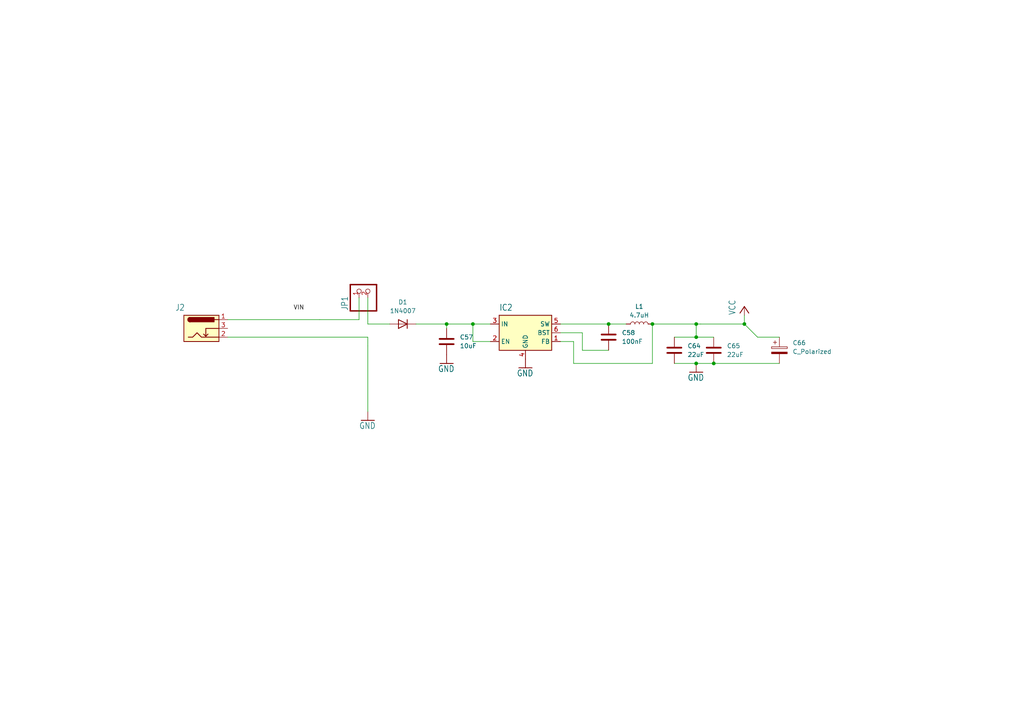
<source format=kicad_sch>
(kicad_sch (version 20230121) (generator eeschema)

  (uuid c5d2a605-495d-4ef3-8b4c-1b9c80cf3fe5)

  (paper "A4")

  (lib_symbols
    (symbol "Connector:Barrel_Jack_Switch" (pin_names hide) (in_bom yes) (on_board yes)
      (property "Reference" "J" (at 0 5.334 0)
        (effects (font (size 1.27 1.27)))
      )
      (property "Value" "Barrel_Jack_Switch" (at 0 -5.08 0)
        (effects (font (size 1.27 1.27)))
      )
      (property "Footprint" "" (at 1.27 -1.016 0)
        (effects (font (size 1.27 1.27)) hide)
      )
      (property "Datasheet" "~" (at 1.27 -1.016 0)
        (effects (font (size 1.27 1.27)) hide)
      )
      (property "ki_keywords" "DC power barrel jack connector" (at 0 0 0)
        (effects (font (size 1.27 1.27)) hide)
      )
      (property "ki_description" "DC Barrel Jack with an internal switch" (at 0 0 0)
        (effects (font (size 1.27 1.27)) hide)
      )
      (property "ki_fp_filters" "BarrelJack*" (at 0 0 0)
        (effects (font (size 1.27 1.27)) hide)
      )
      (symbol "Barrel_Jack_Switch_0_1"
        (rectangle (start -5.08 3.81) (end 5.08 -3.81)
          (stroke (width 0.254) (type default))
          (fill (type background))
        )
        (arc (start -3.302 3.175) (mid -3.9343 2.54) (end -3.302 1.905)
          (stroke (width 0.254) (type default))
          (fill (type none))
        )
        (arc (start -3.302 3.175) (mid -3.9343 2.54) (end -3.302 1.905)
          (stroke (width 0.254) (type default))
          (fill (type outline))
        )
        (polyline
          (pts
            (xy 1.27 -2.286)
            (xy 1.905 -1.651)
          )
          (stroke (width 0.254) (type default))
          (fill (type none))
        )
        (polyline
          (pts
            (xy 5.08 2.54)
            (xy 3.81 2.54)
          )
          (stroke (width 0.254) (type default))
          (fill (type none))
        )
        (polyline
          (pts
            (xy 5.08 0)
            (xy 1.27 0)
            (xy 1.27 -2.286)
            (xy 0.635 -1.651)
          )
          (stroke (width 0.254) (type default))
          (fill (type none))
        )
        (polyline
          (pts
            (xy -3.81 -2.54)
            (xy -2.54 -2.54)
            (xy -1.27 -1.27)
            (xy 0 -2.54)
            (xy 2.54 -2.54)
            (xy 5.08 -2.54)
          )
          (stroke (width 0.254) (type default))
          (fill (type none))
        )
        (rectangle (start 3.683 3.175) (end -3.302 1.905)
          (stroke (width 0.254) (type default))
          (fill (type outline))
        )
      )
      (symbol "Barrel_Jack_Switch_1_1"
        (pin passive line (at 7.62 2.54 180) (length 2.54)
          (name "~" (effects (font (size 1.27 1.27))))
          (number "1" (effects (font (size 1.27 1.27))))
        )
        (pin passive line (at 7.62 -2.54 180) (length 2.54)
          (name "~" (effects (font (size 1.27 1.27))))
          (number "2" (effects (font (size 1.27 1.27))))
        )
        (pin passive line (at 7.62 0 180) (length 2.54)
          (name "~" (effects (font (size 1.27 1.27))))
          (number "3" (effects (font (size 1.27 1.27))))
        )
      )
    )
    (symbol "Device:C" (pin_numbers hide) (pin_names (offset 0.254)) (in_bom yes) (on_board yes)
      (property "Reference" "C" (at 0.635 2.54 0)
        (effects (font (size 1.27 1.27)) (justify left))
      )
      (property "Value" "C" (at 0.635 -2.54 0)
        (effects (font (size 1.27 1.27)) (justify left))
      )
      (property "Footprint" "" (at 0.9652 -3.81 0)
        (effects (font (size 1.27 1.27)) hide)
      )
      (property "Datasheet" "~" (at 0 0 0)
        (effects (font (size 1.27 1.27)) hide)
      )
      (property "ki_keywords" "cap capacitor" (at 0 0 0)
        (effects (font (size 1.27 1.27)) hide)
      )
      (property "ki_description" "Unpolarized capacitor" (at 0 0 0)
        (effects (font (size 1.27 1.27)) hide)
      )
      (property "ki_fp_filters" "C_*" (at 0 0 0)
        (effects (font (size 1.27 1.27)) hide)
      )
      (symbol "C_0_1"
        (polyline
          (pts
            (xy -2.032 -0.762)
            (xy 2.032 -0.762)
          )
          (stroke (width 0.508) (type default))
          (fill (type none))
        )
        (polyline
          (pts
            (xy -2.032 0.762)
            (xy 2.032 0.762)
          )
          (stroke (width 0.508) (type default))
          (fill (type none))
        )
      )
      (symbol "C_1_1"
        (pin passive line (at 0 3.81 270) (length 2.794)
          (name "~" (effects (font (size 1.27 1.27))))
          (number "1" (effects (font (size 1.27 1.27))))
        )
        (pin passive line (at 0 -3.81 90) (length 2.794)
          (name "~" (effects (font (size 1.27 1.27))))
          (number "2" (effects (font (size 1.27 1.27))))
        )
      )
    )
    (symbol "Device:C_Polarized" (pin_numbers hide) (pin_names (offset 0.254)) (in_bom yes) (on_board yes)
      (property "Reference" "C" (at 0.635 2.54 0)
        (effects (font (size 1.27 1.27)) (justify left))
      )
      (property "Value" "C_Polarized" (at 0.635 -2.54 0)
        (effects (font (size 1.27 1.27)) (justify left))
      )
      (property "Footprint" "" (at 0.9652 -3.81 0)
        (effects (font (size 1.27 1.27)) hide)
      )
      (property "Datasheet" "~" (at 0 0 0)
        (effects (font (size 1.27 1.27)) hide)
      )
      (property "ki_keywords" "cap capacitor" (at 0 0 0)
        (effects (font (size 1.27 1.27)) hide)
      )
      (property "ki_description" "Polarized capacitor" (at 0 0 0)
        (effects (font (size 1.27 1.27)) hide)
      )
      (property "ki_fp_filters" "CP_*" (at 0 0 0)
        (effects (font (size 1.27 1.27)) hide)
      )
      (symbol "C_Polarized_0_1"
        (rectangle (start -2.286 0.508) (end 2.286 1.016)
          (stroke (width 0) (type default))
          (fill (type none))
        )
        (polyline
          (pts
            (xy -1.778 2.286)
            (xy -0.762 2.286)
          )
          (stroke (width 0) (type default))
          (fill (type none))
        )
        (polyline
          (pts
            (xy -1.27 2.794)
            (xy -1.27 1.778)
          )
          (stroke (width 0) (type default))
          (fill (type none))
        )
        (rectangle (start 2.286 -0.508) (end -2.286 -1.016)
          (stroke (width 0) (type default))
          (fill (type outline))
        )
      )
      (symbol "C_Polarized_1_1"
        (pin passive line (at 0 3.81 270) (length 2.794)
          (name "~" (effects (font (size 1.27 1.27))))
          (number "1" (effects (font (size 1.27 1.27))))
        )
        (pin passive line (at 0 -3.81 90) (length 2.794)
          (name "~" (effects (font (size 1.27 1.27))))
          (number "2" (effects (font (size 1.27 1.27))))
        )
      )
    )
    (symbol "Device:L" (pin_numbers hide) (pin_names (offset 1.016) hide) (in_bom yes) (on_board yes)
      (property "Reference" "L" (at -1.27 0 90)
        (effects (font (size 1.27 1.27)))
      )
      (property "Value" "L" (at 1.905 0 90)
        (effects (font (size 1.27 1.27)))
      )
      (property "Footprint" "" (at 0 0 0)
        (effects (font (size 1.27 1.27)) hide)
      )
      (property "Datasheet" "~" (at 0 0 0)
        (effects (font (size 1.27 1.27)) hide)
      )
      (property "ki_keywords" "inductor choke coil reactor magnetic" (at 0 0 0)
        (effects (font (size 1.27 1.27)) hide)
      )
      (property "ki_description" "Inductor" (at 0 0 0)
        (effects (font (size 1.27 1.27)) hide)
      )
      (property "ki_fp_filters" "Choke_* *Coil* Inductor_* L_*" (at 0 0 0)
        (effects (font (size 1.27 1.27)) hide)
      )
      (symbol "L_0_1"
        (arc (start 0 -2.54) (mid 0.6323 -1.905) (end 0 -1.27)
          (stroke (width 0) (type default))
          (fill (type none))
        )
        (arc (start 0 -1.27) (mid 0.6323 -0.635) (end 0 0)
          (stroke (width 0) (type default))
          (fill (type none))
        )
        (arc (start 0 0) (mid 0.6323 0.635) (end 0 1.27)
          (stroke (width 0) (type default))
          (fill (type none))
        )
        (arc (start 0 1.27) (mid 0.6323 1.905) (end 0 2.54)
          (stroke (width 0) (type default))
          (fill (type none))
        )
      )
      (symbol "L_1_1"
        (pin passive line (at 0 3.81 270) (length 1.27)
          (name "1" (effects (font (size 1.27 1.27))))
          (number "1" (effects (font (size 1.27 1.27))))
        )
        (pin passive line (at 0 -3.81 90) (length 1.27)
          (name "2" (effects (font (size 1.27 1.27))))
          (number "2" (effects (font (size 1.27 1.27))))
        )
      )
    )
    (symbol "Diode:1N4007" (pin_numbers hide) (pin_names hide) (in_bom yes) (on_board yes)
      (property "Reference" "D" (at 0 2.54 0)
        (effects (font (size 1.27 1.27)))
      )
      (property "Value" "1N4007" (at 0 -2.54 0)
        (effects (font (size 1.27 1.27)))
      )
      (property "Footprint" "Diode_THT:D_DO-41_SOD81_P10.16mm_Horizontal" (at 0 -4.445 0)
        (effects (font (size 1.27 1.27)) hide)
      )
      (property "Datasheet" "http://www.vishay.com/docs/88503/1n4001.pdf" (at 0 0 0)
        (effects (font (size 1.27 1.27)) hide)
      )
      (property "Sim.Device" "D" (at 0 0 0)
        (effects (font (size 1.27 1.27)) hide)
      )
      (property "Sim.Pins" "1=K 2=A" (at 0 0 0)
        (effects (font (size 1.27 1.27)) hide)
      )
      (property "ki_keywords" "diode" (at 0 0 0)
        (effects (font (size 1.27 1.27)) hide)
      )
      (property "ki_description" "1000V 1A General Purpose Rectifier Diode, DO-41" (at 0 0 0)
        (effects (font (size 1.27 1.27)) hide)
      )
      (property "ki_fp_filters" "D*DO?41*" (at 0 0 0)
        (effects (font (size 1.27 1.27)) hide)
      )
      (symbol "1N4007_0_1"
        (polyline
          (pts
            (xy -1.27 1.27)
            (xy -1.27 -1.27)
          )
          (stroke (width 0.254) (type default))
          (fill (type none))
        )
        (polyline
          (pts
            (xy 1.27 0)
            (xy -1.27 0)
          )
          (stroke (width 0) (type default))
          (fill (type none))
        )
        (polyline
          (pts
            (xy 1.27 1.27)
            (xy 1.27 -1.27)
            (xy -1.27 0)
            (xy 1.27 1.27)
          )
          (stroke (width 0.254) (type default))
          (fill (type none))
        )
      )
      (symbol "1N4007_1_1"
        (pin passive line (at -3.81 0 0) (length 2.54)
          (name "K" (effects (font (size 1.27 1.27))))
          (number "1" (effects (font (size 1.27 1.27))))
        )
        (pin passive line (at 3.81 0 180) (length 2.54)
          (name "A" (effects (font (size 1.27 1.27))))
          (number "2" (effects (font (size 1.27 1.27))))
        )
      )
    )
    (symbol "Regulator_Switching:AP63205WU" (in_bom yes) (on_board yes)
      (property "Reference" "U" (at -7.62 6.35 0)
        (effects (font (size 1.27 1.27)))
      )
      (property "Value" "AP63205WU" (at 2.54 6.35 0)
        (effects (font (size 1.27 1.27)))
      )
      (property "Footprint" "Package_TO_SOT_SMD:TSOT-23-6" (at 0 -22.86 0)
        (effects (font (size 1.27 1.27)) hide)
      )
      (property "Datasheet" "https://www.diodes.com/assets/Datasheets/AP63200-AP63201-AP63203-AP63205.pdf" (at 0 0 0)
        (effects (font (size 1.27 1.27)) hide)
      )
      (property "ki_keywords" "2A Buck DC/DC" (at 0 0 0)
        (effects (font (size 1.27 1.27)) hide)
      )
      (property "ki_description" "2A, 1.1MHz Buck DC/DC Converter, fixed 5.0V output voltage, TSOT-23-6" (at 0 0 0)
        (effects (font (size 1.27 1.27)) hide)
      )
      (property "ki_fp_filters" "TSOT?23*" (at 0 0 0)
        (effects (font (size 1.27 1.27)) hide)
      )
      (symbol "AP63205WU_0_1"
        (rectangle (start -7.62 5.08) (end 7.62 -5.08)
          (stroke (width 0.254) (type default))
          (fill (type background))
        )
      )
      (symbol "AP63205WU_1_1"
        (pin input line (at 10.16 -2.54 180) (length 2.54)
          (name "FB" (effects (font (size 1.27 1.27))))
          (number "1" (effects (font (size 1.27 1.27))))
        )
        (pin input line (at -10.16 -2.54 0) (length 2.54)
          (name "EN" (effects (font (size 1.27 1.27))))
          (number "2" (effects (font (size 1.27 1.27))))
        )
        (pin power_in line (at -10.16 2.54 0) (length 2.54)
          (name "IN" (effects (font (size 1.27 1.27))))
          (number "3" (effects (font (size 1.27 1.27))))
        )
        (pin power_in line (at 0 -7.62 90) (length 2.54)
          (name "GND" (effects (font (size 1.27 1.27))))
          (number "4" (effects (font (size 1.27 1.27))))
        )
        (pin output line (at 10.16 2.54 180) (length 2.54)
          (name "SW" (effects (font (size 1.27 1.27))))
          (number "5" (effects (font (size 1.27 1.27))))
        )
        (pin passive line (at 10.16 0 180) (length 2.54)
          (name "BST" (effects (font (size 1.27 1.27))))
          (number "6" (effects (font (size 1.27 1.27))))
        )
      )
    )
    (symbol "switched-lm2575-eagle-import:GND" (power) (in_bom yes) (on_board yes)
      (property "Reference" "#GND" (at 0 0 0)
        (effects (font (size 1.27 1.27)) hide)
      )
      (property "Value" "GND" (at -2.54 -2.54 0)
        (effects (font (size 1.778 1.5113)) (justify left bottom))
      )
      (property "Footprint" "" (at 0 0 0)
        (effects (font (size 1.27 1.27)) hide)
      )
      (property "Datasheet" "" (at 0 0 0)
        (effects (font (size 1.27 1.27)) hide)
      )
      (property "ki_locked" "" (at 0 0 0)
        (effects (font (size 1.27 1.27)))
      )
      (symbol "GND_1_0"
        (polyline
          (pts
            (xy -1.905 0)
            (xy 1.905 0)
          )
          (stroke (width 0.254) (type solid))
          (fill (type none))
        )
        (pin power_in line (at 0 2.54 270) (length 2.54)
          (name "GND" (effects (font (size 0 0))))
          (number "1" (effects (font (size 0 0))))
        )
      )
    )
    (symbol "switched-lm2575-eagle-import:PINHD-1X2" (in_bom yes) (on_board yes)
      (property "Reference" "JP" (at -6.35 5.715 0)
        (effects (font (size 1.778 1.5113)) (justify left bottom))
      )
      (property "Value" "" (at -6.35 -5.08 0)
        (effects (font (size 1.778 1.5113)) (justify left bottom))
      )
      (property "Footprint" "switched-lm2575:1X02" (at 0 0 0)
        (effects (font (size 1.27 1.27)) hide)
      )
      (property "Datasheet" "" (at 0 0 0)
        (effects (font (size 1.27 1.27)) hide)
      )
      (property "ki_locked" "" (at 0 0 0)
        (effects (font (size 1.27 1.27)))
      )
      (symbol "PINHD-1X2_1_0"
        (polyline
          (pts
            (xy -6.35 -2.54)
            (xy 1.27 -2.54)
          )
          (stroke (width 0.4064) (type solid))
          (fill (type none))
        )
        (polyline
          (pts
            (xy -6.35 5.08)
            (xy -6.35 -2.54)
          )
          (stroke (width 0.4064) (type solid))
          (fill (type none))
        )
        (polyline
          (pts
            (xy 1.27 -2.54)
            (xy 1.27 5.08)
          )
          (stroke (width 0.4064) (type solid))
          (fill (type none))
        )
        (polyline
          (pts
            (xy 1.27 5.08)
            (xy -6.35 5.08)
          )
          (stroke (width 0.4064) (type solid))
          (fill (type none))
        )
        (pin passive inverted (at -2.54 2.54 0) (length 2.54)
          (name "1" (effects (font (size 0 0))))
          (number "1" (effects (font (size 1.27 1.27))))
        )
        (pin passive inverted (at -2.54 0 0) (length 2.54)
          (name "2" (effects (font (size 0 0))))
          (number "2" (effects (font (size 1.27 1.27))))
        )
      )
    )
    (symbol "switched-lm2575-eagle-import:VCC" (power) (in_bom yes) (on_board yes)
      (property "Reference" "#P+" (at 0 0 0)
        (effects (font (size 1.27 1.27)) hide)
      )
      (property "Value" "VCC" (at -2.54 -2.54 90)
        (effects (font (size 1.778 1.5113)) (justify left bottom))
      )
      (property "Footprint" "" (at 0 0 0)
        (effects (font (size 1.27 1.27)) hide)
      )
      (property "Datasheet" "" (at 0 0 0)
        (effects (font (size 1.27 1.27)) hide)
      )
      (property "ki_locked" "" (at 0 0 0)
        (effects (font (size 1.27 1.27)))
      )
      (symbol "VCC_1_0"
        (polyline
          (pts
            (xy 0 0)
            (xy -1.27 -1.905)
          )
          (stroke (width 0.254) (type solid))
          (fill (type none))
        )
        (polyline
          (pts
            (xy 1.27 -1.905)
            (xy 0 0)
          )
          (stroke (width 0.254) (type solid))
          (fill (type none))
        )
        (pin power_in line (at 0 -2.54 90) (length 2.54)
          (name "VCC" (effects (font (size 0 0))))
          (number "1" (effects (font (size 0 0))))
        )
      )
    )
  )

  (junction (at 215.9 93.98) (diameter 0) (color 0 0 0 0)
    (uuid 0784ca7d-0176-43b9-b6d6-8fd0d0a7416b)
  )
  (junction (at 129.54 93.98) (diameter 0) (color 0 0 0 0)
    (uuid 30daa711-2880-45c4-90ff-c5c8875d58b1)
  )
  (junction (at 207.01 105.41) (diameter 0) (color 0 0 0 0)
    (uuid 3d26fe27-39bb-47bc-9c28-243722cb51f3)
  )
  (junction (at 201.93 97.79) (diameter 0) (color 0 0 0 0)
    (uuid 4c0374d9-3dfe-4da4-9c58-9f7f62be1aae)
  )
  (junction (at 137.16 93.98) (diameter 0) (color 0 0 0 0)
    (uuid 71a04c17-2a94-41a6-94a3-fafb2051594a)
  )
  (junction (at 176.53 93.98) (diameter 0) (color 0 0 0 0)
    (uuid 74756c23-c5f6-4f89-a064-6af883e352e5)
  )
  (junction (at 189.23 93.98) (diameter 0) (color 0 0 0 0)
    (uuid 95ff67c9-650e-4dda-87c7-3d2dded6e8ac)
  )
  (junction (at 201.93 105.41) (diameter 0) (color 0 0 0 0)
    (uuid e353ed36-8cbb-4fd6-8b49-93a9b1354ad0)
  )
  (junction (at 201.93 93.98) (diameter 0) (color 0 0 0 0)
    (uuid f7626507-c530-41bd-9935-a0c728365814)
  )

  (wire (pts (xy 129.54 93.98) (xy 137.16 93.98))
    (stroke (width 0.1524) (type solid))
    (uuid 0afbaa9e-0d7f-458f-8f47-d5bf1575a4a0)
  )
  (wire (pts (xy 201.93 97.79) (xy 207.01 97.79))
    (stroke (width 0) (type default))
    (uuid 0c6ac4e4-1f56-4924-81ea-04135260536c)
  )
  (wire (pts (xy 201.93 105.41) (xy 207.01 105.41))
    (stroke (width 0) (type default))
    (uuid 0fab64b3-9b8b-4833-a8d3-173ff3a41eda)
  )
  (wire (pts (xy 106.68 97.79) (xy 106.68 100.33))
    (stroke (width 0) (type default))
    (uuid 1771d658-be17-44b5-8f41-e8bd2615f2e2)
  )
  (wire (pts (xy 106.68 100.33) (xy 106.68 119.38))
    (stroke (width 0.1524) (type solid))
    (uuid 1a0283ff-58f5-4ba1-9e3e-a79f91841f8d)
  )
  (wire (pts (xy 219.71 97.79) (xy 215.9 93.98))
    (stroke (width 0) (type default))
    (uuid 21c7669a-15c0-4865-a7e3-a25686c89443)
  )
  (wire (pts (xy 106.68 86.36) (xy 106.68 93.98))
    (stroke (width 0) (type default))
    (uuid 23983386-e5e0-4095-ad13-25b0a61d1f39)
  )
  (wire (pts (xy 201.93 93.98) (xy 201.93 97.79))
    (stroke (width 0) (type default))
    (uuid 23fd8f81-073a-4da0-a43e-e63bf36ca976)
  )
  (wire (pts (xy 92.71 92.71) (xy 66.04 92.71))
    (stroke (width 0.1524) (type solid))
    (uuid 27d61634-aba5-44a4-a86f-6db57c211124)
  )
  (wire (pts (xy 168.91 101.6) (xy 176.53 101.6))
    (stroke (width 0) (type default))
    (uuid 29ed5e09-1b13-43de-ac7b-eb1219b0ab03)
  )
  (wire (pts (xy 129.54 95.25) (xy 129.54 93.98))
    (stroke (width 0) (type default))
    (uuid 3d07e780-3ad4-4405-8ed7-930bfef08fb2)
  )
  (wire (pts (xy 215.9 93.98) (xy 215.9 91.44))
    (stroke (width 0.1524) (type solid))
    (uuid 43affc69-71cc-4871-8309-d3f49ceffbde)
  )
  (wire (pts (xy 195.58 105.41) (xy 201.93 105.41))
    (stroke (width 0) (type default))
    (uuid 44209d6d-acc6-4bff-8161-2a94d3565058)
  )
  (wire (pts (xy 120.65 93.98) (xy 129.54 93.98))
    (stroke (width 0) (type default))
    (uuid 44b04987-70b7-42a3-a35b-49dd84a51786)
  )
  (wire (pts (xy 162.56 99.06) (xy 166.37 99.06))
    (stroke (width 0) (type default))
    (uuid 498589a2-1679-4dce-bf75-9817fbe97f08)
  )
  (wire (pts (xy 106.68 93.98) (xy 113.03 93.98))
    (stroke (width 0) (type default))
    (uuid 4d5c4b3f-69b0-4ca6-a881-09d9370ff219)
  )
  (wire (pts (xy 207.01 105.41) (xy 226.06 105.41))
    (stroke (width 0) (type default))
    (uuid 623386af-511b-4d20-ba5b-e257237b4f2d)
  )
  (wire (pts (xy 92.71 92.71) (xy 104.14 92.71))
    (stroke (width 0) (type default))
    (uuid 6b881a72-881c-4ea4-b108-422538aac521)
  )
  (wire (pts (xy 226.06 97.79) (xy 219.71 97.79))
    (stroke (width 0) (type default))
    (uuid 79efdadb-f072-4c49-b91f-4085b41ab959)
  )
  (wire (pts (xy 104.14 92.71) (xy 104.14 86.36))
    (stroke (width 0) (type default))
    (uuid 7dd1c3dd-e267-4495-8366-fb3e69c97406)
  )
  (wire (pts (xy 176.53 93.98) (xy 181.61 93.98))
    (stroke (width 0.1524) (type solid))
    (uuid 8087ac30-7189-46c3-a670-43639d33d576)
  )
  (wire (pts (xy 189.23 105.41) (xy 189.23 93.98))
    (stroke (width 0) (type default))
    (uuid 81869132-852c-4600-80e8-9054ad02ad67)
  )
  (wire (pts (xy 168.91 96.52) (xy 168.91 101.6))
    (stroke (width 0) (type default))
    (uuid 91407b00-507f-46e6-9bda-43bf39eb0910)
  )
  (wire (pts (xy 166.37 99.06) (xy 166.37 105.41))
    (stroke (width 0) (type default))
    (uuid b480f6c7-826e-4916-88d3-337e5c73f114)
  )
  (wire (pts (xy 137.16 93.98) (xy 137.16 99.06))
    (stroke (width 0) (type default))
    (uuid bc0d6857-6619-4c4a-ac31-2d260aa08a08)
  )
  (wire (pts (xy 195.58 97.79) (xy 201.93 97.79))
    (stroke (width 0) (type default))
    (uuid bceb4ec9-1cb0-49db-b741-3c6a4d8e59d9)
  )
  (wire (pts (xy 203.2 93.98) (xy 215.9 93.98))
    (stroke (width 0.1524) (type solid))
    (uuid c05a693f-e93d-409d-80c8-f0ea30a533c7)
  )
  (wire (pts (xy 162.56 96.52) (xy 168.91 96.52))
    (stroke (width 0) (type default))
    (uuid c7c6d0ce-f877-4b35-8d79-2cce150c1bf9)
  )
  (wire (pts (xy 66.04 97.79) (xy 106.68 97.79))
    (stroke (width 0) (type default))
    (uuid c82c8642-1df5-4afd-b4ae-2af17e5396b5)
  )
  (wire (pts (xy 203.2 93.98) (xy 201.93 93.98))
    (stroke (width 0) (type default))
    (uuid de150fdb-6184-41d8-a71f-4a4e97e0d557)
  )
  (wire (pts (xy 166.37 105.41) (xy 189.23 105.41))
    (stroke (width 0) (type default))
    (uuid e58f4c06-1aa1-4d8c-b54c-639ea140d728)
  )
  (wire (pts (xy 137.16 99.06) (xy 142.24 99.06))
    (stroke (width 0) (type default))
    (uuid e5c26f70-904d-41cb-80f8-6a9514c49763)
  )
  (wire (pts (xy 137.16 93.98) (xy 142.24 93.98))
    (stroke (width 0.1524) (type solid))
    (uuid eaf89bda-a8eb-4fb4-baee-a6c6991e78cd)
  )
  (wire (pts (xy 162.56 93.98) (xy 176.53 93.98))
    (stroke (width 0.1524) (type solid))
    (uuid f80bd011-649b-412e-8060-93884ec51c65)
  )
  (wire (pts (xy 189.23 93.98) (xy 201.93 93.98))
    (stroke (width 0) (type default))
    (uuid f98bf7ee-0272-4570-ab0e-8d2fce9cfa53)
  )

  (label "VIN" (at 85.09 90.17 0) (fields_autoplaced)
    (effects (font (size 1.2446 1.2446)) (justify left bottom))
    (uuid 18aff15e-e43e-4b98-8a0c-d2d2bed58cdb)
  )

  (symbol (lib_id "Device:C_Polarized") (at 226.06 101.6 0) (unit 1)
    (in_bom yes) (on_board yes) (dnp no) (fields_autoplaced)
    (uuid 0e8c8c0f-aa54-41ce-b815-5a290afd800b)
    (property "Reference" "C66" (at 229.87 99.441 0)
      (effects (font (size 1.27 1.27)) (justify left))
    )
    (property "Value" "C_Polarized" (at 229.87 101.981 0)
      (effects (font (size 1.27 1.27)) (justify left))
    )
    (property "Footprint" "Capacitor_THT:C_Radial_D6.3mm_H11.0mm_P2.50mm" (at 227.0252 105.41 0)
      (effects (font (size 1.27 1.27)) hide)
    )
    (property "Datasheet" "~" (at 226.06 101.6 0)
      (effects (font (size 1.27 1.27)) hide)
    )
    (property "MPN" "860020273009" (at 226.06 101.6 0)
      (effects (font (size 1.27 1.27)) hide)
    )
    (pin "1" (uuid ed66786e-fc41-4508-af94-ddc0f6182605))
    (pin "2" (uuid 8923be55-1cf2-4ab6-8b2e-946df2ec882c))
    (instances
      (project "LogicBoard_smt"
        (path "/28034957-81b4-48a5-b869-6f4cb8f0c2fa/3cd7a415-d991-43da-8d25-a2cb0e7b5043"
          (reference "C66") (unit 1)
        )
      )
    )
  )

  (symbol (lib_id "Diode:1N4007") (at 116.84 93.98 180) (unit 1)
    (in_bom yes) (on_board yes) (dnp no) (fields_autoplaced)
    (uuid 1253428f-9ba2-4b03-ac74-3bace18e7aca)
    (property "Reference" "D1" (at 116.84 87.63 0)
      (effects (font (size 1.27 1.27)))
    )
    (property "Value" "1N4007" (at 116.84 90.17 0)
      (effects (font (size 1.27 1.27)))
    )
    (property "Footprint" "Diode_SMD:D_SOD-123F" (at 116.84 89.535 0)
      (effects (font (size 1.27 1.27)) hide)
    )
    (property "Datasheet" "http://www.vishay.com/docs/88503/1n4001.pdf" (at 116.84 93.98 0)
      (effects (font (size 1.27 1.27)) hide)
    )
    (property "Sim.Device" "D" (at 116.84 93.98 0)
      (effects (font (size 1.27 1.27)) hide)
    )
    (property "Sim.Pins" "1=K 2=A" (at 116.84 93.98 0)
      (effects (font (size 1.27 1.27)) hide)
    )
    (property "MPN" "FR1M-LTP" (at 116.84 93.98 0)
      (effects (font (size 1.27 1.27)) hide)
    )
    (pin "1" (uuid ba82ce01-22f1-46c2-9ef8-ec7fba151f9e))
    (pin "2" (uuid d319a453-653b-4a59-a5a2-a9766869452b))
    (instances
      (project "LogicBoard_smt"
        (path "/28034957-81b4-48a5-b869-6f4cb8f0c2fa/3cd7a415-d991-43da-8d25-a2cb0e7b5043"
          (reference "D1") (unit 1)
        )
      )
      (project "Power_smt"
        (path "/f755320a-8d72-40d8-8615-96171d840dc8"
          (reference "D1") (unit 1)
        )
      )
    )
  )

  (symbol (lib_id "Device:C") (at 195.58 101.6 0) (unit 1)
    (in_bom yes) (on_board yes) (dnp no) (fields_autoplaced)
    (uuid 2ea83dc2-c1f3-4a82-b50d-f343d8c771bf)
    (property "Reference" "C64" (at 199.39 100.33 0)
      (effects (font (size 1.27 1.27)) (justify left))
    )
    (property "Value" "22uF" (at 199.39 102.87 0)
      (effects (font (size 1.27 1.27)) (justify left))
    )
    (property "Footprint" "Capacitor_SMD:C_0805_2012Metric" (at 196.5452 105.41 0)
      (effects (font (size 1.27 1.27)) hide)
    )
    (property "Datasheet" "~" (at 195.58 101.6 0)
      (effects (font (size 1.27 1.27)) hide)
    )
    (property "MPN" "CC0805MRX5R5BB226" (at 195.58 101.6 0)
      (effects (font (size 1.27 1.27)) hide)
    )
    (pin "1" (uuid b2c9d4e2-1cc4-4c0c-b275-b584f699fb5f))
    (pin "2" (uuid d133d3c9-dccd-42cd-a5f8-0444e049674f))
    (instances
      (project "LogicBoard_smt"
        (path "/28034957-81b4-48a5-b869-6f4cb8f0c2fa/3cd7a415-d991-43da-8d25-a2cb0e7b5043"
          (reference "C64") (unit 1)
        )
      )
      (project "Power_smt"
        (path "/f755320a-8d72-40d8-8615-96171d840dc8"
          (reference "C2") (unit 1)
        )
      )
    )
  )

  (symbol (lib_id "switched-lm2575-eagle-import:GND") (at 152.4 106.68 0) (unit 1)
    (in_bom yes) (on_board yes) (dnp no)
    (uuid 2f382c8b-8ef0-4bbf-a7c3-a2609ec33b5c)
    (property "Reference" "#GND03" (at 152.4 106.68 0)
      (effects (font (size 1.27 1.27)) hide)
    )
    (property "Value" "GND" (at 149.86 109.22 0)
      (effects (font (size 1.778 1.5113)) (justify left bottom))
    )
    (property "Footprint" "" (at 152.4 106.68 0)
      (effects (font (size 1.27 1.27)) hide)
    )
    (property "Datasheet" "" (at 152.4 106.68 0)
      (effects (font (size 1.27 1.27)) hide)
    )
    (pin "1" (uuid 26ad457d-0805-47f3-b56a-3ecb93efb61d))
    (instances
      (project "LogicBoard_smt"
        (path "/28034957-81b4-48a5-b869-6f4cb8f0c2fa/3cd7a415-d991-43da-8d25-a2cb0e7b5043"
          (reference "#GND03") (unit 1)
        )
      )
      (project "Power_smt"
        (path "/f755320a-8d72-40d8-8615-96171d840dc8"
          (reference "#GND03") (unit 1)
        )
      )
    )
  )

  (symbol (lib_id "switched-lm2575-eagle-import:GND") (at 201.93 107.95 0) (unit 1)
    (in_bom yes) (on_board yes) (dnp no)
    (uuid 45a0142e-699e-4cd7-ab10-f4dcdedbd843)
    (property "Reference" "#GND06" (at 201.93 107.95 0)
      (effects (font (size 1.27 1.27)) hide)
    )
    (property "Value" "GND" (at 199.39 110.49 0)
      (effects (font (size 1.778 1.5113)) (justify left bottom))
    )
    (property "Footprint" "" (at 201.93 107.95 0)
      (effects (font (size 1.27 1.27)) hide)
    )
    (property "Datasheet" "" (at 201.93 107.95 0)
      (effects (font (size 1.27 1.27)) hide)
    )
    (pin "1" (uuid d60c0758-301f-41fe-a0bb-87370f5efaa8))
    (instances
      (project "LogicBoard_smt"
        (path "/28034957-81b4-48a5-b869-6f4cb8f0c2fa/3cd7a415-d991-43da-8d25-a2cb0e7b5043"
          (reference "#GND06") (unit 1)
        )
      )
      (project "Power_smt"
        (path "/f755320a-8d72-40d8-8615-96171d840dc8"
          (reference "#GND06") (unit 1)
        )
      )
    )
  )

  (symbol (lib_id "switched-lm2575-eagle-import:GND") (at 106.68 121.92 0) (unit 1)
    (in_bom yes) (on_board yes) (dnp no)
    (uuid 5ce6ab7f-9f88-416a-8d9f-e501f0b3f32f)
    (property "Reference" "#GND01" (at 106.68 121.92 0)
      (effects (font (size 1.27 1.27)) hide)
    )
    (property "Value" "GND" (at 104.14 124.46 0)
      (effects (font (size 1.778 1.5113)) (justify left bottom))
    )
    (property "Footprint" "" (at 106.68 121.92 0)
      (effects (font (size 1.27 1.27)) hide)
    )
    (property "Datasheet" "" (at 106.68 121.92 0)
      (effects (font (size 1.27 1.27)) hide)
    )
    (pin "1" (uuid 5a24103d-1153-43a0-94e9-3e1e0f71d7d6))
    (instances
      (project "LogicBoard_smt"
        (path "/28034957-81b4-48a5-b869-6f4cb8f0c2fa/3cd7a415-d991-43da-8d25-a2cb0e7b5043"
          (reference "#GND01") (unit 1)
        )
      )
      (project "Power_smt"
        (path "/f755320a-8d72-40d8-8615-96171d840dc8"
          (reference "#GND01") (unit 1)
        )
      )
    )
  )

  (symbol (lib_id "switched-lm2575-eagle-import:GND") (at 129.54 105.41 0) (unit 1)
    (in_bom yes) (on_board yes) (dnp no)
    (uuid 6f40c467-8f24-4b57-aa10-f941d160d1a1)
    (property "Reference" "#GND04" (at 129.54 105.41 0)
      (effects (font (size 1.27 1.27)) hide)
    )
    (property "Value" "GND" (at 127 107.95 0)
      (effects (font (size 1.778 1.5113)) (justify left bottom))
    )
    (property "Footprint" "" (at 129.54 105.41 0)
      (effects (font (size 1.27 1.27)) hide)
    )
    (property "Datasheet" "" (at 129.54 105.41 0)
      (effects (font (size 1.27 1.27)) hide)
    )
    (pin "1" (uuid e52a5b33-53f0-436c-8519-d8b20df3151e))
    (instances
      (project "LogicBoard_smt"
        (path "/28034957-81b4-48a5-b869-6f4cb8f0c2fa/3cd7a415-d991-43da-8d25-a2cb0e7b5043"
          (reference "#GND04") (unit 1)
        )
      )
      (project "Power_smt"
        (path "/f755320a-8d72-40d8-8615-96171d840dc8"
          (reference "#GND04") (unit 1)
        )
      )
    )
  )

  (symbol (lib_id "Device:C") (at 207.01 101.6 0) (unit 1)
    (in_bom yes) (on_board yes) (dnp no) (fields_autoplaced)
    (uuid 74db271b-af79-4281-9cb8-dfcb6e4138df)
    (property "Reference" "C65" (at 210.82 100.33 0)
      (effects (font (size 1.27 1.27)) (justify left))
    )
    (property "Value" "22uF" (at 210.82 102.87 0)
      (effects (font (size 1.27 1.27)) (justify left))
    )
    (property "Footprint" "Capacitor_SMD:C_0805_2012Metric" (at 207.9752 105.41 0)
      (effects (font (size 1.27 1.27)) hide)
    )
    (property "Datasheet" "~" (at 207.01 101.6 0)
      (effects (font (size 1.27 1.27)) hide)
    )
    (property "MPN" "CC0805MRX5R5BB226" (at 207.01 101.6 0)
      (effects (font (size 1.27 1.27)) hide)
    )
    (pin "1" (uuid 53fd9a35-8a14-48e3-a663-e063ed54020b))
    (pin "2" (uuid bf033f52-570a-4aef-8b81-79189ffdb116))
    (instances
      (project "LogicBoard_smt"
        (path "/28034957-81b4-48a5-b869-6f4cb8f0c2fa/3cd7a415-d991-43da-8d25-a2cb0e7b5043"
          (reference "C65") (unit 1)
        )
      )
      (project "Power_smt"
        (path "/f755320a-8d72-40d8-8615-96171d840dc8"
          (reference "C4") (unit 1)
        )
      )
    )
  )

  (symbol (lib_id "switched-lm2575-eagle-import:PINHD-1X2") (at 106.68 83.82 90) (unit 1)
    (in_bom yes) (on_board yes) (dnp no)
    (uuid 78e81efc-1d87-4e73-b33b-cdb83d3d18d5)
    (property "Reference" "JP1" (at 100.965 90.17 0)
      (effects (font (size 1.778 1.5113)) (justify left bottom))
    )
    (property "Value" "PINHD-1X2" (at 111.76 90.17 0)
      (effects (font (size 1.778 1.5113)) (justify left bottom) hide)
    )
    (property "Footprint" "Connector_PinHeader_2.54mm:PinHeader_1x02_P2.54mm_Vertical_SMD_Pin1Right" (at 106.68 83.82 0)
      (effects (font (size 1.27 1.27)) hide)
    )
    (property "Datasheet" "" (at 106.68 83.82 0)
      (effects (font (size 1.27 1.27)) hide)
    )
    (property "MPN" "TSM-102-01-L-SV-TR" (at 106.68 83.82 0)
      (effects (font (size 1.27 1.27)) hide)
    )
    (pin "1" (uuid 2ccc17a0-bba5-4148-882a-7ce98723d2ae))
    (pin "2" (uuid a8e48138-614c-4189-bcdb-3d3c3af2c50f))
    (instances
      (project "LogicBoard_smt"
        (path "/28034957-81b4-48a5-b869-6f4cb8f0c2fa/3cd7a415-d991-43da-8d25-a2cb0e7b5043"
          (reference "JP1") (unit 1)
        )
      )
      (project "Power_smt"
        (path "/f755320a-8d72-40d8-8615-96171d840dc8"
          (reference "JP1") (unit 1)
        )
      )
    )
  )

  (symbol (lib_id "Device:L") (at 185.42 93.98 90) (unit 1)
    (in_bom yes) (on_board yes) (dnp no) (fields_autoplaced)
    (uuid 79a2423c-fc0b-414f-8f0e-e3c0b0f3e02f)
    (property "Reference" "L1" (at 185.42 88.9 90)
      (effects (font (size 1.27 1.27)))
    )
    (property "Value" "4.7uH" (at 185.42 91.44 90)
      (effects (font (size 1.27 1.27)))
    )
    (property "Footprint" "Inductor_SMD:L_1008_2520Metric" (at 185.42 93.98 0)
      (effects (font (size 1.27 1.27)) hide)
    )
    (property "Datasheet" "~" (at 185.42 93.98 0)
      (effects (font (size 1.27 1.27)) hide)
    )
    (property "MPN" "CIGW252010GL4R7MNE" (at 185.42 93.98 0)
      (effects (font (size 1.27 1.27)) hide)
    )
    (pin "1" (uuid 6f496d28-77b1-435c-ba39-030b7ca59e1d))
    (pin "2" (uuid 86944124-9ef4-44ff-8cbb-f3b779258857))
    (instances
      (project "LogicBoard_smt"
        (path "/28034957-81b4-48a5-b869-6f4cb8f0c2fa/3cd7a415-d991-43da-8d25-a2cb0e7b5043"
          (reference "L1") (unit 1)
        )
      )
      (project "Power_smt"
        (path "/f755320a-8d72-40d8-8615-96171d840dc8"
          (reference "L1") (unit 1)
        )
      )
    )
  )

  (symbol (lib_id "Device:C") (at 176.53 97.79 0) (unit 1)
    (in_bom yes) (on_board yes) (dnp no) (fields_autoplaced)
    (uuid 8e05e66b-8784-4ff2-88ac-c85351e0b00d)
    (property "Reference" "C58" (at 180.34 96.52 0)
      (effects (font (size 1.27 1.27)) (justify left))
    )
    (property "Value" "100nF" (at 180.34 99.06 0)
      (effects (font (size 1.27 1.27)) (justify left))
    )
    (property "Footprint" "Capacitor_SMD:C_0805_2012Metric" (at 177.4952 101.6 0)
      (effects (font (size 1.27 1.27)) hide)
    )
    (property "Datasheet" "~" (at 176.53 97.79 0)
      (effects (font (size 1.27 1.27)) hide)
    )
    (property "MPN" "CC0805KRX7R7BB104" (at 176.53 97.79 0)
      (effects (font (size 1.27 1.27)) hide)
    )
    (pin "1" (uuid 3869fadf-59d3-4461-99d5-d2e4b2cb7415))
    (pin "2" (uuid 6354b7a8-5cc9-422a-aceb-b65a2ab8fbf1))
    (instances
      (project "LogicBoard_smt"
        (path "/28034957-81b4-48a5-b869-6f4cb8f0c2fa/3cd7a415-d991-43da-8d25-a2cb0e7b5043"
          (reference "C58") (unit 1)
        )
      )
      (project "Power_smt"
        (path "/f755320a-8d72-40d8-8615-96171d840dc8"
          (reference "C3") (unit 1)
        )
      )
    )
  )

  (symbol (lib_id "switched-lm2575-eagle-import:VCC") (at 215.9 88.9 0) (unit 1)
    (in_bom yes) (on_board yes) (dnp no)
    (uuid 9a4941a8-3049-4b6d-a5d0-076aa9407204)
    (property "Reference" "#P+01" (at 215.9 88.9 0)
      (effects (font (size 1.27 1.27)) hide)
    )
    (property "Value" "VCC" (at 213.36 91.44 90)
      (effects (font (size 1.778 1.5113)) (justify left bottom))
    )
    (property "Footprint" "" (at 215.9 88.9 0)
      (effects (font (size 1.27 1.27)) hide)
    )
    (property "Datasheet" "" (at 215.9 88.9 0)
      (effects (font (size 1.27 1.27)) hide)
    )
    (pin "1" (uuid feb975fa-c572-4715-b4a6-fe10cee7de65))
    (instances
      (project "LogicBoard_smt"
        (path "/28034957-81b4-48a5-b869-6f4cb8f0c2fa/3cd7a415-d991-43da-8d25-a2cb0e7b5043"
          (reference "#P+01") (unit 1)
        )
      )
      (project "Power_smt"
        (path "/f755320a-8d72-40d8-8615-96171d840dc8"
          (reference "#P+01") (unit 1)
        )
      )
    )
  )

  (symbol (lib_id "Device:C") (at 129.54 99.06 0) (unit 1)
    (in_bom yes) (on_board yes) (dnp no) (fields_autoplaced)
    (uuid b059bac1-7641-4e20-9c13-f137934bf309)
    (property "Reference" "C57" (at 133.35 97.79 0)
      (effects (font (size 1.27 1.27)) (justify left))
    )
    (property "Value" "10uF" (at 133.35 100.33 0)
      (effects (font (size 1.27 1.27)) (justify left))
    )
    (property "Footprint" "Capacitor_SMD:C_0805_2012Metric" (at 130.5052 102.87 0)
      (effects (font (size 1.27 1.27)) hide)
    )
    (property "Datasheet" "~" (at 129.54 99.06 0)
      (effects (font (size 1.27 1.27)) hide)
    )
    (property "MPN" "CC0805MRX5R5BB106" (at 129.54 99.06 0)
      (effects (font (size 1.27 1.27)) hide)
    )
    (pin "1" (uuid 7a96fc01-c696-4610-8b0b-32f22d03ee2d))
    (pin "2" (uuid e320e48c-5dcb-434f-beb7-67d4e495bf34))
    (instances
      (project "LogicBoard_smt"
        (path "/28034957-81b4-48a5-b869-6f4cb8f0c2fa/3cd7a415-d991-43da-8d25-a2cb0e7b5043"
          (reference "C57") (unit 1)
        )
      )
      (project "Power_smt"
        (path "/f755320a-8d72-40d8-8615-96171d840dc8"
          (reference "C1") (unit 1)
        )
      )
    )
  )

  (symbol (lib_id "Regulator_Switching:AP63205WU") (at 152.4 96.52 0) (unit 1)
    (in_bom yes) (on_board yes) (dnp no)
    (uuid f5bd23b8-1788-4eec-a11b-b4ec54725eed)
    (property "Reference" "IC2" (at 144.78 90.17 0)
      (effects (font (size 1.778 1.5113)) (justify left bottom))
    )
    (property "Value" "AP63205WU-7" (at 154.94 90.17 0)
      (effects (font (size 1.778 1.5113)) (justify left bottom) hide)
    )
    (property "Footprint" "Package_TO_SOT_SMD:TSOT-23-6" (at 152.4 119.38 0)
      (effects (font (size 1.27 1.27)) hide)
    )
    (property "Datasheet" "https://www.diodes.com/assets/Datasheets/AP63200-AP63201-AP63203-AP63205.pdf" (at 152.4 96.52 0)
      (effects (font (size 1.27 1.27)) hide)
    )
    (property "MPN" "AP63205WU-7" (at 152.4 96.52 0)
      (effects (font (size 1.27 1.27)) hide)
    )
    (pin "1" (uuid 7997e4d1-ba13-4ba5-917f-a7c93b32c8a7))
    (pin "2" (uuid 06e50214-86b5-4965-bfa6-ad3341e9f192))
    (pin "3" (uuid 35202a1d-581a-4adf-99ba-238b9b4a8b96))
    (pin "4" (uuid e140e4ca-4558-4d3a-ba55-6ea06e0cacbf))
    (pin "5" (uuid 00bbe542-95ca-43de-bb64-776b9fa4bdb4))
    (pin "6" (uuid 7b44bd13-261a-4513-bef1-1ffbc6b80c41))
    (instances
      (project "LogicBoard_smt"
        (path "/28034957-81b4-48a5-b869-6f4cb8f0c2fa/3cd7a415-d991-43da-8d25-a2cb0e7b5043"
          (reference "IC2") (unit 1)
        )
      )
      (project "Power_smt"
        (path "/f755320a-8d72-40d8-8615-96171d840dc8"
          (reference "IC1") (unit 1)
        )
      )
    )
  )

  (symbol (lib_id "Connector:Barrel_Jack_Switch") (at 58.42 95.25 0) (unit 1)
    (in_bom yes) (on_board yes) (dnp no)
    (uuid fc4935a7-beb3-42e8-9dca-7a7a9bad65e2)
    (property "Reference" "J2" (at 50.8 90.17 0)
      (effects (font (size 1.778 1.5113)) (justify left bottom))
    )
    (property "Value" "JACK-PLUG0" (at 50.8 100.33 0)
      (effects (font (size 1.778 1.5113)) (justify left bottom) hide)
    )
    (property "Footprint" "Connector_BarrelJack:BarrelJack_GCT_DCJ200-10-A_Horizontal" (at 59.69 96.266 0)
      (effects (font (size 1.27 1.27)) hide)
    )
    (property "Datasheet" "~" (at 59.69 96.266 0)
      (effects (font (size 1.27 1.27)) hide)
    )
    (property "MPN" "DCJ200-10-A-K1-K" (at 58.42 95.25 0)
      (effects (font (size 1.27 1.27)) hide)
    )
    (pin "1" (uuid bf0721f4-25f4-4554-ac39-3592c969816f))
    (pin "2" (uuid 760bd350-597d-402c-ae8b-9e5883a6e03b))
    (pin "3" (uuid d0ccfe0e-ea8c-48a0-9ac1-e01e89145038))
    (instances
      (project "LogicBoard_smt"
        (path "/28034957-81b4-48a5-b869-6f4cb8f0c2fa/3cd7a415-d991-43da-8d25-a2cb0e7b5043"
          (reference "J2") (unit 1)
        )
      )
      (project "Power_smt"
        (path "/f755320a-8d72-40d8-8615-96171d840dc8"
          (reference "J1") (unit 1)
        )
      )
    )
  )
)

</source>
